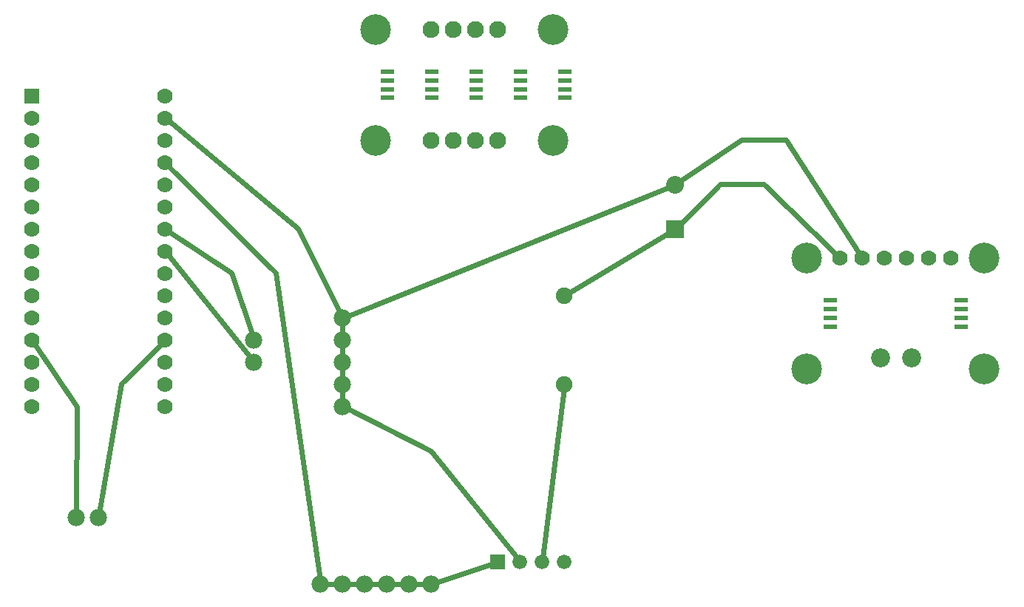
<source format=gtl>
G04 MADE WITH FRITZING*
G04 WWW.FRITZING.ORG*
G04 DOUBLE SIDED*
G04 HOLES PLATED*
G04 CONTOUR ON CENTER OF CONTOUR VECTOR*
%ASAXBY*%
%FSLAX23Y23*%
%MOIN*%
%OFA0B0*%
%SFA1.0B1.0*%
%ADD10C,0.078000*%
%ADD11C,0.075000*%
%ADD12C,0.080000*%
%ADD13C,0.070000*%
%ADD14C,0.138425*%
%ADD15C,0.086000*%
%ADD16C,0.076000*%
%ADD17C,0.066000*%
%ADD18R,0.079986X0.080000*%
%ADD19R,0.061024X0.023622*%
%ADD20R,0.066000X0.066000*%
%ADD21R,0.069972X0.070000*%
%ADD22C,0.024000*%
%LNCOPPER1*%
G90*
G70*
G54D10*
X1622Y1413D03*
X1622Y1313D03*
X1622Y1213D03*
X1622Y1113D03*
X1622Y1013D03*
X2022Y213D03*
X1922Y213D03*
X1822Y213D03*
X1722Y213D03*
X1622Y213D03*
X1522Y213D03*
G54D11*
X2622Y1113D03*
X2622Y1513D03*
G54D12*
X3122Y1813D03*
X3122Y2013D03*
G54D13*
X4065Y1683D03*
G54D14*
X3715Y1683D03*
G54D13*
X3865Y1683D03*
G54D14*
X3715Y1183D03*
G54D15*
X4048Y1233D03*
G54D13*
X3965Y1683D03*
G54D14*
X4515Y1183D03*
X4515Y1683D03*
G54D13*
X4365Y1683D03*
G54D15*
X4186Y1233D03*
G54D13*
X4265Y1683D03*
X4165Y1683D03*
G54D16*
X2322Y2213D03*
X2022Y2713D03*
G54D14*
X2572Y2713D03*
G54D16*
X2222Y2713D03*
X2122Y2213D03*
G54D14*
X2572Y2213D03*
G54D16*
X2322Y2713D03*
X2122Y2713D03*
X2022Y2213D03*
X2222Y2213D03*
G54D14*
X1772Y2713D03*
X1772Y2213D03*
G54D17*
X2622Y313D03*
X2322Y313D03*
X2422Y313D03*
X2522Y313D03*
G54D13*
X222Y2413D03*
X222Y2313D03*
X222Y2213D03*
X222Y2113D03*
X222Y2013D03*
X222Y1913D03*
X222Y1813D03*
X222Y1713D03*
X222Y1613D03*
X222Y1513D03*
X222Y1413D03*
X222Y1313D03*
X222Y1213D03*
X222Y1113D03*
X222Y1013D03*
X822Y2413D03*
X822Y2313D03*
X822Y2213D03*
X822Y2113D03*
X822Y2013D03*
X822Y1913D03*
X822Y1813D03*
X822Y1713D03*
X822Y1613D03*
X822Y1513D03*
X822Y1413D03*
X822Y1313D03*
X822Y1213D03*
X822Y1113D03*
X822Y1013D03*
G54D10*
X1222Y1313D03*
X1222Y1213D03*
X522Y513D03*
X422Y513D03*
G54D18*
X3122Y1813D03*
G54D19*
X3819Y1492D03*
X3819Y1452D03*
X3819Y1413D03*
X3819Y1373D03*
X4409Y1373D03*
X4409Y1413D03*
X4409Y1452D03*
X4409Y1492D03*
X2023Y2443D03*
X2223Y2443D03*
X2023Y2483D03*
X2023Y2522D03*
X2423Y2404D03*
X2223Y2522D03*
X2423Y2443D03*
X2423Y2483D03*
X2423Y2522D03*
X2623Y2404D03*
X2223Y2483D03*
X2623Y2443D03*
X2623Y2483D03*
X2623Y2522D03*
X1823Y2404D03*
X1823Y2443D03*
X1823Y2483D03*
X1823Y2522D03*
X2223Y2404D03*
X2023Y2404D03*
G54D20*
X2322Y313D03*
G54D21*
X222Y2413D03*
G54D22*
X3422Y2215D02*
X3622Y2215D01*
D02*
X3622Y2215D02*
X3955Y1699D01*
D02*
X3138Y2024D02*
X3422Y2215D01*
D02*
X3325Y2015D02*
X3136Y1827D01*
D02*
X3519Y2015D02*
X3325Y2015D01*
D02*
X3851Y1696D02*
X3519Y2015D01*
D02*
X1541Y213D02*
X1603Y213D01*
D02*
X1641Y213D02*
X1703Y213D01*
D02*
X1622Y1232D02*
X1622Y1294D01*
D02*
X1622Y1332D02*
X1622Y1394D01*
D02*
X1639Y1420D02*
X3103Y2005D01*
D02*
X1741Y213D02*
X1803Y213D01*
D02*
X1841Y213D02*
X1903Y213D01*
D02*
X1941Y213D02*
X2003Y213D01*
D02*
X2303Y307D02*
X2040Y219D01*
D02*
X2019Y813D02*
X2409Y328D01*
D02*
X1639Y1004D02*
X2019Y813D01*
D02*
X1622Y1032D02*
X1622Y1094D01*
D02*
X1622Y1132D02*
X1622Y1194D01*
D02*
X3105Y1803D02*
X2637Y1522D01*
D02*
X2620Y1095D02*
X2524Y332D01*
D02*
X1421Y1816D02*
X836Y2301D01*
D02*
X1613Y1430D02*
X1421Y1816D01*
D02*
X1519Y232D02*
X1321Y1615D01*
D02*
X1321Y1615D02*
X835Y2100D01*
D02*
X1210Y1228D02*
X833Y1699D01*
D02*
X1216Y1331D02*
X1120Y1615D01*
D02*
X1120Y1615D02*
X837Y1803D01*
D02*
X525Y532D02*
X625Y1114D01*
D02*
X625Y1114D02*
X809Y1300D01*
D02*
X424Y1013D02*
X232Y1298D01*
D02*
X422Y532D02*
X424Y1013D01*
G04 End of Copper1*
M02*
</source>
